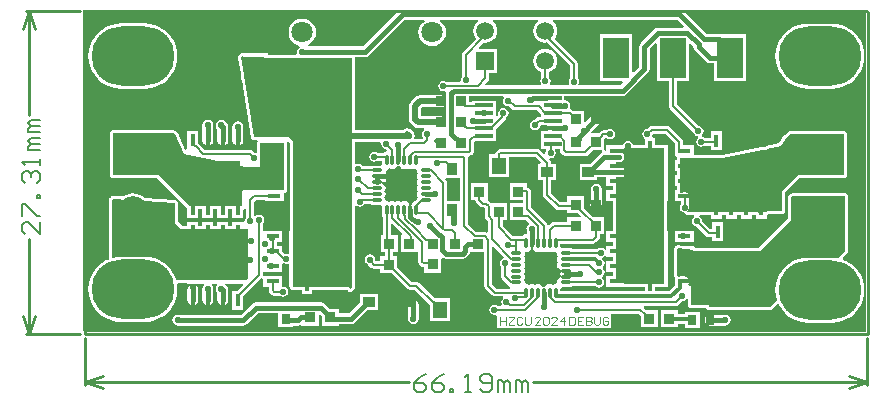
<source format=gtl>
G04*
G04 #@! TF.GenerationSoftware,Altium Limited,Altium Designer,20.2.6 (244)*
G04*
G04 Layer_Physical_Order=1*
G04 Layer_Color=255*
%FSLAX24Y24*%
%MOIN*%
G70*
G04*
G04 #@! TF.SameCoordinates,48E18934-7B2A-4FE3-B34A-5092B9B0F61A*
G04*
G04*
G04 #@! TF.FilePolarity,Positive*
G04*
G01*
G75*
%ADD12C,0.0100*%
%ADD23C,0.0060*%
%ADD24R,0.0433X0.0177*%
%ADD25R,0.0118X0.2165*%
%ADD26R,0.0630X0.0177*%
%ADD27R,0.1378X0.1673*%
%ADD28O,0.0394X0.0118*%
%ADD29O,0.0118X0.0394*%
G04:AMPARAMS|DCode=30|XSize=100.4mil|YSize=100.4mil|CornerRadius=5mil|HoleSize=0mil|Usage=FLASHONLY|Rotation=180.000|XOffset=0mil|YOffset=0mil|HoleType=Round|Shape=RoundedRectangle|*
%AMROUNDEDRECTD30*
21,1,0.1004,0.0904,0,0,180.0*
21,1,0.0904,0.1004,0,0,180.0*
1,1,0.0100,-0.0452,0.0452*
1,1,0.0100,0.0452,0.0452*
1,1,0.0100,0.0452,-0.0452*
1,1,0.0100,-0.0452,-0.0452*
%
%ADD30ROUNDEDRECTD30*%
%ADD31R,0.0374X0.0354*%
%ADD32R,0.0591X0.0118*%
%ADD33R,0.0177X0.0433*%
%ADD34R,0.2165X0.0118*%
%ADD35R,0.0177X0.0630*%
%ADD36R,0.1673X0.1378*%
%ADD37R,0.0335X0.0394*%
%ADD38R,0.0394X0.0335*%
%ADD39R,0.0472X0.0551*%
%ADD40R,0.0354X0.0374*%
%ADD41R,0.0315X0.0335*%
%ADD68C,0.0197*%
%ADD69C,0.0150*%
%ADD70C,0.0126*%
%ADD71C,0.0049*%
%ADD72C,0.0709*%
%ADD73C,0.0984*%
%ADD74C,0.0591*%
%ADD75R,0.0591X0.0591*%
%ADD76O,0.2756X0.1969*%
%ADD77R,0.0866X0.1378*%
%ADD78C,0.0709*%
%ADD79R,0.0709X0.0709*%
%ADD80C,0.0220*%
G36*
X15120Y10422D02*
X15068Y10382D01*
X15005Y10299D01*
X14965Y10203D01*
X14951Y10100D01*
X14965Y9997D01*
X15005Y9901D01*
X15068Y9818D01*
X15151Y9755D01*
X15247Y9715D01*
X15350Y9701D01*
X15404Y9708D01*
X16167Y8945D01*
Y8508D01*
X16140Y8466D01*
X16127Y8400D01*
X16140Y8334D01*
X16147Y8323D01*
X16124Y8278D01*
X15527D01*
X15500Y8328D01*
X15513Y8348D01*
X15526Y8415D01*
X15513Y8481D01*
X15484Y8525D01*
Y8728D01*
X15549Y8755D01*
X15632Y8818D01*
X15695Y8901D01*
X15735Y8997D01*
X15749Y9100D01*
X15735Y9203D01*
X15695Y9299D01*
X15632Y9382D01*
X15549Y9445D01*
X15453Y9485D01*
X15350Y9499D01*
X15247Y9485D01*
X15151Y9445D01*
X15068Y9382D01*
X15005Y9299D01*
X14965Y9203D01*
X14951Y9100D01*
X14965Y8997D01*
X15005Y8901D01*
X15068Y8818D01*
X15151Y8755D01*
X15219Y8726D01*
Y8520D01*
X15193Y8481D01*
X15180Y8415D01*
X15193Y8348D01*
X15206Y8328D01*
X15180Y8278D01*
X13366D01*
X13347Y8325D01*
X13444Y8421D01*
X13472Y8464D01*
X13483Y8515D01*
Y8705D01*
X13745D01*
Y9495D01*
X13148D01*
X13129Y9541D01*
X13296Y9708D01*
X13350Y9701D01*
X13453Y9715D01*
X13549Y9755D01*
X13632Y9818D01*
X13695Y9901D01*
X13735Y9997D01*
X13749Y10100D01*
X13735Y10203D01*
X13695Y10299D01*
X13632Y10382D01*
X13580Y10422D01*
X13597Y10472D01*
X15103D01*
X15120Y10422D01*
D02*
G37*
G36*
X13120D02*
X13068Y10382D01*
X13005Y10299D01*
X12965Y10203D01*
X12951Y10100D01*
X12965Y9997D01*
X13005Y9901D01*
X13052Y9839D01*
X12606Y9394D01*
X12578Y9351D01*
X12567Y9300D01*
Y8573D01*
X12540Y8531D01*
X12527Y8465D01*
X12530Y8448D01*
X12489Y8398D01*
X12035D01*
X12016Y8410D01*
X11950Y8423D01*
X11884Y8410D01*
X11827Y8373D01*
X11790Y8316D01*
X11777Y8250D01*
X11790Y8184D01*
X11827Y8127D01*
X11884Y8090D01*
X11950Y8077D01*
X12008Y8088D01*
X12036Y8071D01*
X12052Y8054D01*
X12044Y8012D01*
Y7923D01*
X11994Y7903D01*
X11943Y7937D01*
X11865Y7952D01*
X11165D01*
X11088Y7937D01*
X11022Y7893D01*
X10857Y7728D01*
X10813Y7662D01*
X10798Y7585D01*
Y7150D01*
X10813Y7073D01*
X10857Y7007D01*
X10876Y6994D01*
X10963Y6907D01*
X11029Y6863D01*
X11106Y6848D01*
X11300D01*
X11315Y6798D01*
X11277Y6773D01*
X11240Y6716D01*
X11227Y6650D01*
X11240Y6584D01*
X11267Y6542D01*
Y6505D01*
X11245Y6483D01*
X11016D01*
X10989Y6533D01*
X11002Y6600D01*
X10987Y6677D01*
X10943Y6743D01*
X10893Y6793D01*
X10827Y6837D01*
X10750Y6852D01*
X10673Y6837D01*
X10621Y6802D01*
X9002D01*
Y9200D01*
X9020Y9222D01*
X9350D01*
X9418Y9235D01*
X9476Y9274D01*
X10674Y10472D01*
X11307D01*
X11324Y10422D01*
X11257Y10370D01*
X11184Y10275D01*
X11138Y10165D01*
X11122Y10046D01*
X11138Y9927D01*
X11184Y9817D01*
X11257Y9722D01*
X11351Y9649D01*
X11462Y9603D01*
X11581Y9588D01*
X11699Y9603D01*
X11810Y9649D01*
X11905Y9722D01*
X11977Y9817D01*
X12023Y9927D01*
X12039Y10046D01*
X12023Y10165D01*
X11977Y10275D01*
X11905Y10370D01*
X11838Y10422D01*
X11855Y10472D01*
X13103D01*
X13120Y10422D01*
D02*
G37*
G36*
X26050Y50D02*
X0D01*
X-50Y100D01*
Y10800D01*
X10427D01*
X10448Y10750D01*
X9276Y9578D01*
X7439D01*
X7429Y9628D01*
X7479Y9649D01*
X7574Y9722D01*
X7647Y9817D01*
X7693Y9927D01*
X7708Y10046D01*
X7693Y10165D01*
X7647Y10275D01*
X7574Y10370D01*
X7479Y10443D01*
X7369Y10489D01*
X7250Y10504D01*
X7131Y10489D01*
X7021Y10443D01*
X6926Y10370D01*
X6853Y10275D01*
X6807Y10165D01*
X6792Y10046D01*
X6807Y9927D01*
X6853Y9817D01*
X6926Y9722D01*
X7021Y9649D01*
X7131Y9603D01*
X7146Y9601D01*
X7159Y9549D01*
X7124Y9526D01*
X7085Y9468D01*
X7072Y9400D01*
X7081Y9352D01*
X7049Y9302D01*
X6104D01*
Y9354D01*
X5196D01*
Y9325D01*
X5167Y9310D01*
X5163Y9308D01*
X5159Y9306D01*
X5148Y9295D01*
X5135Y9286D01*
X5133Y9282D01*
X5130Y9279D01*
X5124Y9265D01*
X5116Y9251D01*
X5116Y9247D01*
X5114Y9243D01*
X5113Y9227D01*
X5112Y9211D01*
X5113Y9207D01*
X5113Y9203D01*
X5196Y8695D01*
Y8446D01*
X5236D01*
X5549Y6534D01*
X5554Y6523D01*
X5556Y6511D01*
X5560Y6504D01*
X5563Y6496D01*
X5571Y6488D01*
X5578Y6478D01*
X5585Y6473D01*
X5590Y6467D01*
X5601Y6462D01*
X5611Y6456D01*
X5619Y6454D01*
X5627Y6451D01*
X5638Y6450D01*
X5650Y6448D01*
X5735D01*
X5762Y6398D01*
X5756Y6389D01*
X5748Y6350D01*
Y6045D01*
X5698Y6014D01*
X5668Y6020D01*
X5594Y6094D01*
X5551Y6122D01*
X5500Y6133D01*
X4005D01*
X3789Y6349D01*
Y6758D01*
X3411D01*
Y6178D01*
X3362Y6131D01*
X3352Y6132D01*
X3093Y6693D01*
X3082Y6707D01*
X3072Y6722D01*
X3022Y6772D01*
X2989Y6794D01*
X2950Y6802D01*
X950D01*
X911Y6794D01*
X878Y6772D01*
X856Y6739D01*
X848Y6700D01*
Y5300D01*
X856Y5261D01*
X878Y5228D01*
X911Y5206D01*
X950Y5198D01*
X2408D01*
X3411Y4194D01*
Y3842D01*
X3789D01*
Y4148D01*
X3911D01*
Y3842D01*
X4289D01*
Y4148D01*
X4411D01*
Y3842D01*
X4789D01*
Y4148D01*
X4911D01*
Y3842D01*
X5289D01*
Y4139D01*
X5320Y4162D01*
X5367Y4140D01*
Y3858D01*
X5340Y3816D01*
X5327Y3751D01*
X5323Y3748D01*
X5281Y3722D01*
X4911D01*
Y3602D01*
X4789D01*
Y3722D01*
X4411D01*
Y3602D01*
X4289D01*
Y3722D01*
X3911D01*
Y3602D01*
X3789D01*
Y3722D01*
X3411D01*
Y3602D01*
X3242D01*
X3102Y3742D01*
Y4350D01*
X3099Y4366D01*
X3097Y4382D01*
X3095Y4385D01*
X3094Y4389D01*
X3085Y4403D01*
X3077Y4417D01*
X3074Y4419D01*
X3072Y4422D01*
X3059Y4431D01*
X3046Y4441D01*
X3042Y4442D01*
X3039Y4444D01*
X3023Y4447D01*
X3007Y4452D01*
X1992Y4524D01*
X1930Y4575D01*
X1828Y4630D01*
X1716Y4664D01*
X1600Y4675D01*
X1484Y4664D01*
X1372Y4630D01*
X1271Y4576D01*
X944Y4599D01*
X942Y4599D01*
X940Y4599D01*
X922Y4596D01*
X904Y4594D01*
X903Y4593D01*
X901Y4593D01*
X886Y4583D01*
X870Y4574D01*
X869Y4573D01*
X867Y4572D01*
X831Y4538D01*
X829Y4536D01*
X828Y4535D01*
X818Y4520D01*
X807Y4506D01*
X807Y4504D01*
X806Y4502D01*
X802Y4485D01*
X798Y4467D01*
X798Y4465D01*
X798Y4463D01*
X798Y2558D01*
X799Y2552D01*
X799Y2546D01*
X803Y2533D01*
X806Y2519D01*
X790Y2486D01*
X776Y2472D01*
X713Y2445D01*
X567Y2356D01*
X437Y2245D01*
X326Y2116D01*
X237Y1970D01*
X172Y1812D01*
X132Y1647D01*
X119Y1476D01*
X132Y1306D01*
X172Y1140D01*
X237Y983D01*
X326Y837D01*
X437Y707D01*
X567Y596D01*
X713Y507D01*
X870Y442D01*
X1036Y402D01*
X1206Y389D01*
X1994D01*
X2164Y402D01*
X2330Y442D01*
X2487Y507D01*
X2633Y596D01*
X2763Y707D01*
X2874Y837D01*
X2963Y983D01*
X3028Y1140D01*
X3068Y1306D01*
X3081Y1476D01*
X3069Y1633D01*
X3097Y1674D01*
X3103Y1680D01*
X3165Y1698D01*
X3413D01*
Y1672D01*
X3561D01*
X3566Y1622D01*
X3532Y1615D01*
X3474Y1576D01*
X3435Y1518D01*
X3422Y1450D01*
Y1122D01*
X3435Y1054D01*
X3474Y996D01*
X3532Y957D01*
X3600Y944D01*
X3668Y957D01*
X3726Y996D01*
X3765Y1054D01*
X3778Y1122D01*
X3778Y1122D01*
Y1450D01*
X3765Y1518D01*
X3726Y1576D01*
X3668Y1615D01*
X3634Y1622D01*
X3639Y1672D01*
X3952D01*
X3966Y1643D01*
X3971Y1622D01*
X3935Y1568D01*
X3922Y1500D01*
Y1122D01*
X3935Y1054D01*
X3974Y996D01*
X4032Y957D01*
X4100Y944D01*
X4168Y957D01*
X4226Y996D01*
X4265Y1054D01*
X4278Y1122D01*
X4278Y1122D01*
Y1500D01*
X4265Y1568D01*
X4229Y1622D01*
X4234Y1643D01*
X4248Y1672D01*
X4402D01*
X4416Y1643D01*
X4421Y1622D01*
X4385Y1568D01*
X4372Y1500D01*
X4385Y1432D01*
X4422Y1377D01*
Y1122D01*
X4435Y1054D01*
X4474Y996D01*
X4532Y957D01*
X4600Y944D01*
X4668Y957D01*
X4726Y996D01*
X4765Y1054D01*
X4778Y1122D01*
Y1450D01*
X4765Y1518D01*
X4726Y1576D01*
X4681Y1622D01*
X4683Y1641D01*
X4698Y1672D01*
X5264D01*
X5284Y1622D01*
X5101Y1439D01*
X4911D01*
Y806D01*
X5289D01*
Y1251D01*
X5892Y1854D01*
X5900Y1854D01*
X5942Y1838D01*
Y1561D01*
X6126D01*
Y1442D01*
X6136Y1391D01*
X6165Y1348D01*
X6206Y1306D01*
X6249Y1278D01*
X6300Y1267D01*
X6503D01*
X6544Y1240D01*
X6610Y1227D01*
X6677Y1240D01*
X6733Y1277D01*
X6771Y1334D01*
X6784Y1400D01*
X6771Y1466D01*
X6733Y1523D01*
X6677Y1560D01*
X6610Y1573D01*
X6575Y1603D01*
Y1939D01*
X5981D01*
X5940Y1948D01*
X5933Y1985D01*
Y2015D01*
X5942Y2061D01*
X6575D01*
Y2319D01*
X6625Y2346D01*
X6634Y2340D01*
X6700Y2327D01*
X6758Y2338D01*
X6808Y2312D01*
Y1563D01*
X6848D01*
Y1550D01*
X6856Y1511D01*
X6878Y1478D01*
X6911Y1456D01*
X6950Y1448D01*
X7241D01*
Y1317D01*
X7559D01*
Y1448D01*
X8758D01*
X8778Y1428D01*
X8811Y1406D01*
X8850Y1398D01*
X8889Y1406D01*
X8922Y1428D01*
X8972Y1478D01*
X8994Y1511D01*
X9002Y1550D01*
Y4244D01*
X9052Y4266D01*
X9092Y4240D01*
X9158Y4227D01*
X9224Y4240D01*
X9280Y4277D01*
X9312Y4325D01*
X9498D01*
X9523Y4308D01*
X9585Y4296D01*
X9852D01*
X9876Y4276D01*
X9896Y4252D01*
Y3985D01*
X9908Y3923D01*
X9925Y3898D01*
Y3287D01*
X9873D01*
Y2713D01*
X10017D01*
Y2587D01*
X9854D01*
Y2433D01*
X9709D01*
X9673Y2468D01*
X9660Y2535D01*
X9623Y2591D01*
X9566Y2629D01*
X9500Y2642D01*
X9434Y2629D01*
X9377Y2591D01*
X9340Y2535D01*
X9327Y2468D01*
X9340Y2402D01*
X9377Y2346D01*
X9434Y2308D01*
X9451Y2305D01*
X9550Y2206D01*
X9593Y2178D01*
X9643Y2167D01*
X9854D01*
Y2013D01*
X10230D01*
X10737Y1506D01*
X10780Y1478D01*
X10831Y1467D01*
X10995D01*
X11511Y952D01*
X11514Y950D01*
Y424D01*
X12186D01*
Y1176D01*
X11662D01*
X11144Y1694D01*
X11101Y1722D01*
X11050Y1733D01*
X10886D01*
X10408Y2210D01*
Y2587D01*
X10283D01*
Y2713D01*
X10427D01*
Y3287D01*
X10190D01*
Y3657D01*
X10237Y3676D01*
X10579Y3333D01*
X10560Y3287D01*
X10542D01*
Y2713D01*
X11096D01*
X11117Y2672D01*
Y2400D01*
X11128Y2349D01*
X11156Y2306D01*
X11206Y2256D01*
X11249Y2228D01*
X11300Y2217D01*
X11313D01*
Y2038D01*
X11887D01*
Y2496D01*
X11937Y2522D01*
X11959Y2508D01*
X12028Y2494D01*
X12028Y2494D01*
X12593D01*
X12661Y2508D01*
X12719Y2546D01*
X12798Y2625D01*
X12837Y2683D01*
X12842Y2707D01*
X13317D01*
Y1600D01*
X13328Y1549D01*
X13356Y1506D01*
X13583Y1279D01*
X13626Y1251D01*
X13677Y1241D01*
X13939D01*
X13955Y1191D01*
X13927Y1173D01*
X13890Y1116D01*
X13877Y1050D01*
X13890Y984D01*
X13895Y977D01*
X13871Y933D01*
X13758D01*
X13716Y960D01*
X13650Y973D01*
X13584Y960D01*
X13527Y923D01*
X13490Y866D01*
X13477Y800D01*
X13490Y734D01*
X13527Y677D01*
X13584Y640D01*
X13650Y627D01*
X13690Y635D01*
X13740Y600D01*
Y185D01*
X17551D01*
Y667D01*
X18458D01*
X18538Y588D01*
Y211D01*
X19093D01*
Y785D01*
X18716D01*
X18633Y867D01*
X18654Y917D01*
X19700D01*
X19751Y928D01*
X19794Y956D01*
X19918Y1080D01*
X19966Y1090D01*
X20023Y1127D01*
X20048Y1166D01*
X20098Y1150D01*
Y950D01*
X20106Y911D01*
X20128Y878D01*
X20161Y856D01*
X20200Y848D01*
X20714D01*
X20728Y828D01*
X20761Y806D01*
X20800Y798D01*
X22850D01*
X22889Y806D01*
X22922Y828D01*
X23080Y986D01*
X23129Y976D01*
X23137Y956D01*
X23226Y811D01*
X23337Y681D01*
X23467Y570D01*
X23613Y481D01*
X23770Y416D01*
X23936Y376D01*
X24106Y362D01*
X24894D01*
X25064Y376D01*
X25230Y416D01*
X25387Y481D01*
X25533Y570D01*
X25663Y681D01*
X25774Y811D01*
X25863Y956D01*
X25928Y1114D01*
X25968Y1280D01*
X25981Y1450D01*
X25968Y1620D01*
X25928Y1786D01*
X25863Y1944D01*
X25774Y2089D01*
X25663Y2219D01*
X25533Y2330D01*
X25387Y2419D01*
X25279Y2464D01*
X25267Y2523D01*
X25422Y2678D01*
X25444Y2711D01*
X25452Y2750D01*
Y4600D01*
X25444Y4639D01*
X25422Y4672D01*
X25389Y4694D01*
X25350Y4702D01*
X23600D01*
X23561Y4694D01*
X23528Y4672D01*
X23478Y4622D01*
X23456Y4589D01*
X23448Y4550D01*
X23448Y3842D01*
X22462Y2856D01*
X20913D01*
Y2852D01*
X20361D01*
X20354Y2865D01*
X20352Y2866D01*
X20351Y2869D01*
X20337Y2879D01*
X20323Y2890D01*
X20321Y2891D01*
X20319Y2892D01*
X20305Y2896D01*
Y2939D01*
X19895D01*
X19797Y2948D01*
X19794Y2948D01*
X19792Y2948D01*
X19775Y2946D01*
X19757Y2944D01*
X19755Y2943D01*
X19752Y2942D01*
X19746Y2939D01*
X19672D01*
Y2876D01*
X19668Y2870D01*
X19658Y2856D01*
X19657Y2854D01*
X19656Y2852D01*
X19652Y2835D01*
X19648Y2818D01*
X19649Y2815D01*
X19648Y2813D01*
Y1932D01*
X19650Y1920D01*
X19651Y1908D01*
X19654Y1901D01*
X19656Y1893D01*
X19663Y1883D01*
X19668Y1872D01*
X19672Y1868D01*
Y1740D01*
X19669Y1724D01*
X19669Y1724D01*
Y1604D01*
X19481Y1416D01*
X19006D01*
Y1563D01*
X19439D01*
Y3437D01*
X19402D01*
Y4413D01*
X19439D01*
Y6287D01*
X19006D01*
Y6533D01*
X18929D01*
X18906Y6577D01*
X18910Y6584D01*
X18920Y6632D01*
X18955Y6667D01*
X19345D01*
X19670Y6343D01*
Y6159D01*
X19672Y6146D01*
Y5911D01*
X19715D01*
X19750Y5861D01*
X19748Y5850D01*
Y5789D01*
X19672D01*
Y5411D01*
X19748D01*
Y5289D01*
X19672D01*
Y4911D01*
X19748D01*
Y4789D01*
X19672D01*
Y4411D01*
X19867D01*
Y4308D01*
X19840Y4266D01*
X19827Y4200D01*
X19840Y4134D01*
X19877Y4077D01*
X19934Y4040D01*
X20000Y4027D01*
X20000Y4026D01*
X20002Y4020D01*
X20002Y4019D01*
X20005Y4011D01*
X20014Y3999D01*
X20021Y3985D01*
X20025Y3982D01*
X20027Y3978D01*
X20040Y3970D01*
X20051Y3960D01*
X20056Y3959D01*
X20060Y3956D01*
X20075Y3953D01*
X20090Y3949D01*
X20095Y3949D01*
X20099Y3948D01*
X20300D01*
X20316Y3898D01*
X20277Y3873D01*
X20240Y3816D01*
X20227Y3750D01*
X20240Y3684D01*
X20277Y3627D01*
X20334Y3590D01*
X20382Y3580D01*
X20706Y3256D01*
X20749Y3228D01*
X20800Y3217D01*
X20911D01*
Y3089D01*
X21289D01*
Y3722D01*
X20911D01*
Y3483D01*
X20855D01*
X20570Y3768D01*
X20560Y3816D01*
X20523Y3873D01*
X20484Y3898D01*
X20500Y3948D01*
X20861D01*
Y3835D01*
X21239D01*
Y3948D01*
X21361D01*
Y3835D01*
X21739D01*
Y3948D01*
X21861D01*
Y3835D01*
X22239D01*
Y3948D01*
X22361D01*
Y3835D01*
X22739D01*
Y3956D01*
X22739Y3956D01*
X22772Y3978D01*
X22792Y3998D01*
X23250D01*
X23289Y4006D01*
X23322Y4028D01*
X23344Y4061D01*
X23352Y4100D01*
X23352Y4708D01*
X23842Y5198D01*
X25300D01*
X25339Y5206D01*
X25372Y5228D01*
X25394Y5261D01*
X25402Y5300D01*
Y6650D01*
X25394Y6689D01*
X25372Y6722D01*
X25339Y6744D01*
X25300Y6752D01*
X23500D01*
X23461Y6744D01*
X23428Y6722D01*
X23328Y6622D01*
X23322Y6614D01*
X23315Y6607D01*
X23138Y6341D01*
X22718Y6253D01*
X22709Y6249D01*
X22700Y6248D01*
X22691Y6242D01*
X22681Y6238D01*
X22674Y6231D01*
X22666Y6226D01*
X22663Y6220D01*
X22572D01*
X22561Y6218D01*
X22551Y6218D01*
X21278Y5952D01*
X20305D01*
Y6289D01*
X19935D01*
Y6398D01*
X19925Y6449D01*
X19896Y6492D01*
X19494Y6894D01*
X19451Y6922D01*
X19400Y6933D01*
X18900D01*
X18849Y6922D01*
X18806Y6894D01*
X18732Y6820D01*
X18684Y6810D01*
X18627Y6773D01*
X18590Y6716D01*
X18577Y6650D01*
X18590Y6584D01*
X18627Y6527D01*
X18684Y6490D01*
X18688Y6489D01*
Y6287D01*
X18266D01*
X18260Y6316D01*
X18223Y6373D01*
X18166Y6410D01*
X18100Y6423D01*
X18034Y6410D01*
X17977Y6373D01*
X17940Y6316D01*
X17934Y6289D01*
X17389D01*
Y6100D01*
X17357Y6092D01*
X17312Y6125D01*
X17312Y6127D01*
Y6490D01*
X17340Y6517D01*
X17392D01*
X17434Y6490D01*
X17500Y6477D01*
X17566Y6490D01*
X17623Y6527D01*
X17660Y6584D01*
X17673Y6650D01*
X17660Y6716D01*
X17623Y6773D01*
X17566Y6810D01*
X17500Y6823D01*
X17434Y6810D01*
X17392Y6783D01*
X17285D01*
X17234Y6772D01*
X17191Y6744D01*
X17134Y6687D01*
X16899D01*
X16880Y6733D01*
X17161Y7014D01*
X17161Y7014D01*
X17199Y7072D01*
X17213Y7140D01*
Y7150D01*
X17199Y7218D01*
X17161Y7276D01*
X17103Y7315D01*
X17035Y7328D01*
X16966Y7315D01*
X16908Y7276D01*
X16889Y7247D01*
X16689Y7047D01*
X16643Y7066D01*
Y7437D01*
X16266D01*
X16253Y7450D01*
X16210Y7478D01*
X16192Y7482D01*
X16165Y7531D01*
X16166Y7536D01*
X16178Y7600D01*
X16165Y7668D01*
X16126Y7726D01*
X16068Y7765D01*
X16000Y7778D01*
X15987D01*
Y7922D01*
X17923D01*
X17991Y7935D01*
X18049Y7974D01*
X18781Y8706D01*
X18820Y8764D01*
X18834Y8832D01*
Y9494D01*
X19021Y9681D01*
X19067Y9662D01*
Y8411D01*
X19467D01*
Y7600D01*
X19478Y7549D01*
X19506Y7506D01*
X20280Y6732D01*
X20290Y6684D01*
X20327Y6627D01*
X20384Y6590D01*
X20426Y6582D01*
X20436Y6528D01*
X20427Y6523D01*
X20390Y6466D01*
X20377Y6400D01*
X20390Y6334D01*
X20427Y6277D01*
X20484Y6240D01*
X20550Y6227D01*
X20616Y6240D01*
X20658Y6267D01*
X20861D01*
Y6119D01*
X21239D01*
Y6752D01*
X20861D01*
Y6533D01*
X20658D01*
X20616Y6560D01*
X20574Y6568D01*
X20564Y6622D01*
X20573Y6627D01*
X20610Y6684D01*
X20623Y6750D01*
X20610Y6816D01*
X20573Y6873D01*
X20516Y6910D01*
X20468Y6920D01*
X19733Y7655D01*
Y8411D01*
X20133D01*
Y9662D01*
X20179Y9681D01*
X20282Y9579D01*
Y9571D01*
X20295Y9503D01*
X20334Y9445D01*
X20706Y9074D01*
X20706Y9074D01*
X20763Y9035D01*
X20832Y9022D01*
X20957D01*
Y8411D01*
X22023D01*
Y9989D01*
X21149D01*
X21132Y9992D01*
X20726D01*
X19969Y10750D01*
X19990Y10800D01*
X26050D01*
Y50D01*
D02*
G37*
G36*
X19966Y10249D02*
X19946Y10202D01*
X19111D01*
X19043Y10189D01*
X18985Y10150D01*
X18985Y10150D01*
X18529Y9694D01*
X18490Y9636D01*
X18477Y9568D01*
Y8906D01*
X18290Y8719D01*
X18243Y8738D01*
Y9989D01*
X17177D01*
Y8411D01*
X17917D01*
X17936Y8365D01*
X17849Y8278D01*
X16476D01*
X16453Y8323D01*
X16460Y8334D01*
X16473Y8400D01*
X16460Y8466D01*
X16433Y8508D01*
Y9000D01*
X16422Y9051D01*
X16394Y9094D01*
X15648Y9839D01*
X15695Y9901D01*
X15735Y9997D01*
X15749Y10100D01*
X15735Y10203D01*
X15695Y10299D01*
X15632Y10382D01*
X15580Y10422D01*
X15597Y10472D01*
X19743D01*
X19966Y10249D01*
D02*
G37*
G36*
X12044Y7577D02*
Y7223D01*
X11994Y7203D01*
X11943Y7237D01*
X11865Y7252D01*
X11202D01*
Y7501D01*
X11249Y7548D01*
X11865D01*
X11943Y7563D01*
X11994Y7597D01*
X12044Y7577D01*
D02*
G37*
G36*
X9882Y6359D02*
X9877Y6332D01*
X9890Y6265D01*
X9927Y6209D01*
X9984Y6171D01*
X10032Y6162D01*
X10069Y6126D01*
X10063Y6103D01*
X10049Y6075D01*
X9996Y6064D01*
X9948Y6033D01*
X9758D01*
X9716Y6060D01*
X9650Y6073D01*
X9584Y6060D01*
X9527Y6023D01*
X9490Y5966D01*
X9477Y5900D01*
X9490Y5834D01*
X9527Y5777D01*
X9584Y5740D01*
X9650Y5727D01*
X9716Y5740D01*
X9758Y5767D01*
X9896D01*
Y5648D01*
X9876Y5624D01*
X9852Y5604D01*
X9585D01*
X9523Y5592D01*
X9498Y5575D01*
X9255D01*
X9223Y5623D01*
X9166Y5660D01*
X9100Y5673D01*
X9052Y5664D01*
X9002Y5695D01*
Y6398D01*
X9850D01*
X9882Y6359D01*
D02*
G37*
G36*
X13974Y7872D02*
X13948Y7833D01*
X13935Y7767D01*
X13948Y7700D01*
X13985Y7644D01*
X14042Y7606D01*
X14108Y7593D01*
X14117Y7595D01*
X14229Y7483D01*
X14272Y7455D01*
X14323Y7445D01*
X15079D01*
X15196Y7328D01*
Y7233D01*
X15150D01*
X15099Y7222D01*
X15056Y7194D01*
X14982Y7120D01*
X14934Y7110D01*
X14877Y7073D01*
X14840Y7016D01*
X14827Y6950D01*
X14840Y6884D01*
X14877Y6827D01*
X14934Y6790D01*
X15000Y6777D01*
X15066Y6790D01*
X15123Y6827D01*
X15160Y6884D01*
X15164Y6904D01*
X15196Y6941D01*
X15390D01*
X15423Y6891D01*
X15413Y6844D01*
X15423Y6797D01*
X15390Y6747D01*
X15196D01*
Y6429D01*
Y6173D01*
X15370D01*
X15386Y6123D01*
X15365Y6091D01*
X15352Y6025D01*
X15356Y6002D01*
X15310Y5977D01*
X15159Y6129D01*
X15116Y6158D01*
X15065Y6168D01*
X13856D01*
X13805Y6158D01*
X13762Y6129D01*
X13727Y6094D01*
X13698Y6051D01*
X13688Y6000D01*
Y5976D01*
X13479D01*
Y5224D01*
X14152D01*
Y5903D01*
X15010D01*
X15199Y5714D01*
X15180Y5667D01*
X15114D01*
Y5133D01*
X15278D01*
Y4639D01*
X15289Y4588D01*
X15317Y4545D01*
X15706Y4156D01*
X15749Y4128D01*
X15800Y4117D01*
X16088D01*
Y4013D01*
X16444D01*
X16524Y3933D01*
X16505Y3887D01*
X16088D01*
Y3733D01*
X15650D01*
X15599Y3722D01*
X15556Y3694D01*
X15479Y3616D01*
X15425Y3633D01*
X15421Y3652D01*
X15392Y3695D01*
X14883Y4205D01*
Y4715D01*
X14872Y4766D01*
X14844Y4809D01*
X14809Y4844D01*
X14766Y4872D01*
X14737Y4878D01*
Y5012D01*
X14163D01*
Y4457D01*
X14617D01*
Y4343D01*
X14163D01*
Y3788D01*
X14584D01*
X14597Y3786D01*
X14710D01*
X14803Y3692D01*
X14798Y3642D01*
X14774Y3626D01*
X14735Y3568D01*
X14722Y3500D01*
X14726Y3476D01*
Y3342D01*
X14708Y3327D01*
X14646Y3314D01*
X14593Y3279D01*
X14585Y3267D01*
X14270D01*
X13933Y3605D01*
Y3788D01*
X14087D01*
Y4343D01*
X13552D01*
X13472Y4422D01*
X13437Y4457D01*
Y5012D01*
X12863D01*
Y4457D01*
X13019D01*
X13028Y4417D01*
X13056Y4374D01*
X13191Y4239D01*
X13234Y4210D01*
X13285Y4200D01*
X13319D01*
X13328Y4191D01*
Y3913D01*
X13339Y3862D01*
X13367Y3819D01*
X13437Y3749D01*
Y3393D01*
X13387Y3366D01*
X13375Y3374D01*
X13324Y3384D01*
X13053D01*
X12783Y3655D01*
Y5850D01*
X12776Y5881D01*
X12808Y5931D01*
X12814D01*
X12864Y5941D01*
X12907Y5970D01*
X12944Y6006D01*
X12972Y6049D01*
X12983Y6100D01*
Y6395D01*
X13017Y6429D01*
X13704D01*
Y6816D01*
X14013Y7125D01*
X14042Y7168D01*
X14051Y7213D01*
X14073Y7227D01*
X14110Y7284D01*
X14123Y7350D01*
X14110Y7416D01*
X14073Y7473D01*
X14016Y7510D01*
X13950Y7523D01*
X13884Y7510D01*
X13827Y7473D01*
X13790Y7416D01*
X13777Y7350D01*
X13787Y7299D01*
Y7274D01*
X13754Y7241D01*
X13704Y7261D01*
Y7771D01*
X12913D01*
Y7733D01*
X12812D01*
Y7922D01*
X13951D01*
X13974Y7872D01*
D02*
G37*
G36*
X15844Y6123D02*
X15855Y6072D01*
X15883Y6029D01*
X15956Y5956D01*
X15999Y5928D01*
X16050Y5917D01*
X16685D01*
X16735Y5928D01*
X16778Y5956D01*
X16935Y6113D01*
X17225D01*
X17248Y6067D01*
X17247Y6063D01*
X17192Y6026D01*
X17192Y6026D01*
X16833Y5667D01*
X16492D01*
Y5133D01*
X17086D01*
Y5222D01*
X17389D01*
Y4911D01*
X17598D01*
Y4789D01*
X17389D01*
Y4411D01*
X17598D01*
Y3439D01*
X17389D01*
Y3061D01*
X17598D01*
Y2939D01*
X17389D01*
Y2814D01*
X17339Y2799D01*
X17323Y2823D01*
X17266Y2860D01*
X17200Y2873D01*
X17134Y2860D01*
X17081Y2825D01*
X16252D01*
X16227Y2842D01*
X16165Y2854D01*
X15898D01*
X15874Y2874D01*
X15854Y2898D01*
Y3002D01*
X16935D01*
X16985Y3012D01*
X17028Y3041D01*
X17128Y3141D01*
X17157Y3184D01*
X17167Y3235D01*
Y3313D01*
X17312D01*
Y3887D01*
X16945D01*
X16643Y4189D01*
Y4587D01*
X16088D01*
Y4383D01*
X15855D01*
X15544Y4694D01*
Y5133D01*
X15708D01*
Y5667D01*
X15544D01*
Y5689D01*
X15533Y5740D01*
X15505Y5783D01*
X15477Y5810D01*
X15502Y5856D01*
X15525Y5852D01*
X15591Y5865D01*
X15648Y5902D01*
X15685Y5959D01*
X15698Y6025D01*
X15685Y6091D01*
X15664Y6123D01*
X15680Y6173D01*
X15844D01*
Y6123D01*
D02*
G37*
G36*
X10452Y5598D02*
X10463Y5601D01*
X10499Y5577D01*
X10534Y5524D01*
X10586Y5489D01*
X10648Y5477D01*
X10710Y5489D01*
X10747Y5513D01*
X10783Y5489D01*
X10845Y5477D01*
X10907Y5489D01*
X10944Y5513D01*
X10980Y5489D01*
X11042Y5477D01*
X11061Y5458D01*
X11079Y5433D01*
X11089Y5380D01*
X11113Y5344D01*
X11089Y5307D01*
X11077Y5245D01*
X11089Y5183D01*
X11113Y5147D01*
X11089Y5110D01*
X11077Y5048D01*
X11089Y4986D01*
X11113Y4950D01*
X11089Y4914D01*
X11077Y4852D01*
X11089Y4790D01*
X11113Y4753D01*
X11089Y4717D01*
X11077Y4655D01*
X11089Y4593D01*
X11113Y4556D01*
X11089Y4520D01*
X11083Y4489D01*
X11011Y4417D01*
X10980Y4411D01*
X10927Y4376D01*
X10892Y4323D01*
X10886Y4293D01*
X10845Y4302D01*
X10804Y4293D01*
X10798Y4323D01*
X10763Y4376D01*
X10710Y4411D01*
X10648Y4423D01*
X10586Y4411D01*
X10550Y4387D01*
X10514Y4411D01*
X10452Y4423D01*
X10390Y4411D01*
X10353Y4387D01*
X10317Y4411D01*
X10255Y4423D01*
X10193Y4411D01*
X10156Y4387D01*
X10120Y4411D01*
X10067Y4421D01*
X10042Y4439D01*
X10039Y4442D01*
X10021Y4467D01*
X10011Y4520D01*
X9987Y4556D01*
X10011Y4593D01*
X10023Y4655D01*
X10011Y4717D01*
X9987Y4753D01*
X10011Y4790D01*
X10023Y4852D01*
X10011Y4914D01*
X9976Y4966D01*
X9923Y5001D01*
X9893Y5007D01*
X9902Y5048D01*
Y5067D01*
X10181D01*
X10424Y4824D01*
X10482Y4785D01*
X10550Y4772D01*
X10618Y4785D01*
X10676Y4824D01*
X10715Y4882D01*
X10728Y4950D01*
X10715Y5018D01*
X10676Y5076D01*
X10381Y5371D01*
X10323Y5410D01*
X10255Y5424D01*
X10076D01*
X10075Y5424D01*
X10073Y5429D01*
X10104Y5486D01*
X10120Y5489D01*
X10156Y5513D01*
X10193Y5489D01*
X10255Y5477D01*
X10317Y5489D01*
X10369Y5524D01*
X10405Y5577D01*
X10410Y5607D01*
X10452Y5598D01*
D02*
G37*
G36*
X19300Y6100D02*
Y1700D01*
X17715D01*
X17696Y1746D01*
X17700Y1750D01*
Y5222D01*
X18527D01*
X18582Y5185D01*
X18650Y5172D01*
X18718Y5185D01*
X18776Y5224D01*
X18815Y5282D01*
X18828Y5350D01*
X18815Y5418D01*
X18776Y5476D01*
X18726Y5526D01*
X18668Y5565D01*
X18600Y5578D01*
X17700D01*
Y5722D01*
X17800D01*
X17868Y5735D01*
X17926Y5774D01*
X17965Y5832D01*
X17978Y5900D01*
X17965Y5968D01*
X17926Y6026D01*
X17868Y6065D01*
X17800Y6078D01*
X17700D01*
Y6150D01*
X19250D01*
X19300Y6100D01*
D02*
G37*
G36*
X6848Y6358D02*
Y3437D01*
X6808D01*
Y2688D01*
X6758Y2662D01*
X6700Y2673D01*
X6659Y2665D01*
X6575Y2749D01*
Y2939D01*
X6391D01*
Y3061D01*
X6575D01*
Y3439D01*
X5942D01*
X5933Y3485D01*
Y3692D01*
X5960Y3734D01*
X5973Y3800D01*
X5960Y3866D01*
X5923Y3923D01*
X5866Y3960D01*
X5800Y3973D01*
X5734Y3960D01*
X5683Y3926D01*
X5659Y3932D01*
X5633Y3945D01*
Y4395D01*
X5705Y4467D01*
X5992D01*
Y4411D01*
X6625D01*
Y4698D01*
X6650D01*
X6689Y4706D01*
X6722Y4728D01*
X6744Y4761D01*
X6752Y4800D01*
Y6350D01*
X6744Y6389D01*
X6740Y6395D01*
X6779Y6427D01*
X6848Y6358D01*
D02*
G37*
G36*
X12517Y5192D02*
X12517Y5142D01*
Y4458D01*
X12517Y4408D01*
X12083D01*
Y5021D01*
X12072Y5071D01*
X12044Y5114D01*
X12016Y5142D01*
X12037Y5192D01*
X12517D01*
D02*
G37*
G36*
X3000Y6650D02*
X3300Y6000D01*
X5250Y5600D01*
X5273D01*
Y5550D01*
X5850D01*
Y6350D01*
X6650D01*
Y4800D01*
X5273D01*
Y4750D01*
X5250D01*
Y4250D01*
X3500D01*
X2450Y5300D01*
X950D01*
Y6700D01*
X2950D01*
X3000Y6650D01*
D02*
G37*
G36*
X25300Y5300D02*
X23800D01*
X23250Y4750D01*
X23250Y4100D01*
X22750D01*
X22700Y4050D01*
X22550D01*
X22500Y4000D01*
X22450Y4050D01*
X20099D01*
X20084Y4100D01*
X20094Y4106D01*
X20122Y4149D01*
X20133Y4200D01*
Y4589D01*
X20122Y4639D01*
X20094Y4682D01*
X20082Y4694D01*
X20039Y4722D01*
X19989Y4733D01*
X19938Y4722D01*
X19900Y4697D01*
X19877Y4703D01*
X19850Y4717D01*
Y5850D01*
X21289D01*
X22572Y6119D01*
X22739D01*
Y6153D01*
X23200Y6250D01*
X23400Y6550D01*
X23500Y6650D01*
X25300D01*
Y5300D01*
D02*
G37*
G36*
X14952Y2827D02*
X14987Y2774D01*
X15040Y2739D01*
X15102Y2727D01*
X15164Y2739D01*
X15200Y2763D01*
X15236Y2739D01*
X15298Y2727D01*
X15360Y2739D01*
X15397Y2763D01*
X15433Y2739D01*
X15495Y2727D01*
X15557Y2739D01*
X15594Y2763D01*
X15630Y2739D01*
X15683Y2729D01*
X15708Y2711D01*
X15711Y2708D01*
X15729Y2683D01*
X15739Y2630D01*
X15763Y2594D01*
X15739Y2557D01*
X15727Y2495D01*
X15739Y2433D01*
X15763Y2397D01*
X15739Y2360D01*
X15727Y2298D01*
X15739Y2236D01*
X15774Y2184D01*
X15827Y2149D01*
X15850Y2144D01*
X15873Y2088D01*
X15862Y2071D01*
X15848Y2003D01*
X15862Y1935D01*
X15873Y1918D01*
X15850Y1862D01*
X15827Y1858D01*
X15774Y1823D01*
X15739Y1770D01*
X15727Y1708D01*
X15692Y1673D01*
X15630Y1661D01*
X15594Y1637D01*
X15557Y1661D01*
X15495Y1673D01*
X15433Y1661D01*
X15381Y1626D01*
X15345Y1573D01*
X15340Y1543D01*
X15298Y1552D01*
X15257Y1543D01*
X15251Y1573D01*
X15216Y1626D01*
X15164Y1661D01*
X15102Y1673D01*
X15040Y1661D01*
X15003Y1637D01*
X14967Y1661D01*
X14905Y1673D01*
X14843Y1661D01*
X14806Y1637D01*
X14770Y1661D01*
X14717Y1671D01*
X14692Y1689D01*
X14673Y1708D01*
X14661Y1770D01*
X14637Y1806D01*
X14661Y1843D01*
X14673Y1905D01*
X14661Y1967D01*
X14637Y2003D01*
X14661Y2040D01*
X14673Y2102D01*
X14661Y2164D01*
X14637Y2200D01*
X14661Y2236D01*
X14673Y2298D01*
X14661Y2360D01*
X14637Y2397D01*
X14661Y2433D01*
X14673Y2495D01*
X14661Y2557D01*
X14637Y2594D01*
X14661Y2630D01*
X14671Y2683D01*
X14689Y2708D01*
X14708Y2727D01*
X14770Y2739D01*
X14823Y2774D01*
X14858Y2827D01*
X14864Y2857D01*
X14905Y2848D01*
X14946Y2857D01*
X14952Y2827D01*
D02*
G37*
G36*
X25350Y2750D02*
X25150Y2550D01*
X25151Y2547D01*
X25115Y2512D01*
X25064Y2524D01*
X24894Y2538D01*
X24106D01*
X23936Y2524D01*
X23770Y2484D01*
X23613Y2419D01*
X23467Y2330D01*
X23337Y2219D01*
X23226Y2089D01*
X23137Y1944D01*
X23072Y1786D01*
X23032Y1620D01*
X23019Y1450D01*
X23032Y1280D01*
X23070Y1120D01*
X22850Y900D01*
X20800D01*
Y950D01*
X20200D01*
Y1600D01*
X20141D01*
X20118Y1650D01*
X20142Y1686D01*
X20155Y1750D01*
X20142Y1814D01*
X20106Y1868D01*
X20052Y1904D01*
X19989Y1916D01*
X19861D01*
X19861Y1916D01*
X19800Y1904D01*
X19796Y1904D01*
X19750Y1932D01*
Y2813D01*
X19787Y2846D01*
X20276Y2800D01*
X20275Y2791D01*
X20254Y2750D01*
X20251D01*
X19989D01*
X19989Y2750D01*
X20254D01*
X20273Y2750D01*
X20323Y2750D01*
X20592D01*
X20800D01*
X20800Y2750D01*
D01*
Y2750D01*
X20835D01*
X20848D01*
X21350D01*
X22500D01*
X23550Y3800D01*
X23550Y4550D01*
X23600Y4600D01*
X25350D01*
Y2750D01*
D02*
G37*
G36*
X3000Y4350D02*
Y3700D01*
X3200Y3500D01*
X5450D01*
Y1850D01*
X5400Y1800D01*
X3150D01*
X3074Y1777D01*
X3031Y1802D01*
X3028Y1812D01*
X2963Y1970D01*
X2874Y2116D01*
X2763Y2245D01*
X2633Y2356D01*
X2487Y2445D01*
X2330Y2511D01*
X2164Y2551D01*
X1994Y2564D01*
X1206D01*
X1036Y2551D01*
X939Y2527D01*
X900Y2558D01*
X900Y4463D01*
X937Y4497D01*
X3000Y4350D01*
D02*
G37*
G36*
X17389Y2586D02*
Y2561D01*
X17598D01*
Y2439D01*
X17389D01*
Y2061D01*
X17598D01*
Y1939D01*
X17389D01*
Y1561D01*
X18218D01*
Y1563D01*
X18688D01*
Y1416D01*
X15854D01*
Y1502D01*
X15874Y1526D01*
X15898Y1546D01*
X16165D01*
X16227Y1558D01*
X16252Y1575D01*
X17035D01*
X17076Y1548D01*
X17142Y1535D01*
X17208Y1548D01*
X17265Y1585D01*
X17302Y1642D01*
X17315Y1708D01*
X17302Y1774D01*
X17265Y1830D01*
X17239Y1847D01*
X17241Y1906D01*
X17273Y1927D01*
X17310Y1984D01*
X17323Y2050D01*
X17310Y2116D01*
X17273Y2173D01*
X17269Y2175D01*
Y2225D01*
X17273Y2227D01*
X17310Y2284D01*
X17323Y2350D01*
X17310Y2416D01*
X17273Y2473D01*
X17252Y2486D01*
X17254Y2533D01*
X17256Y2538D01*
X17266Y2540D01*
X17323Y2577D01*
X17339Y2601D01*
X17389Y2586D01*
D02*
G37*
G36*
X13962Y2567D02*
X13946Y2513D01*
X13934Y2510D01*
X13877Y2473D01*
X13840Y2416D01*
X13827Y2350D01*
X13840Y2284D01*
X13867Y2242D01*
Y1929D01*
X13878Y1879D01*
X13906Y1836D01*
X14083Y1659D01*
X14086Y1646D01*
X14121Y1593D01*
X14173Y1558D01*
X14185Y1556D01*
X14180Y1506D01*
X13732D01*
X13583Y1655D01*
Y2881D01*
X13629Y2901D01*
X13962Y2567D01*
D02*
G37*
G36*
X5300Y9200D02*
X8900D01*
Y1550D01*
X8850Y1500D01*
X8800Y1550D01*
X6950D01*
Y6400D01*
X6800Y6550D01*
X5650D01*
X5213Y9220D01*
X5258Y9242D01*
X5300Y9200D01*
D02*
G37*
%LPC*%
G36*
X1994Y10340D02*
X1206D01*
X1036Y10326D01*
X870Y10286D01*
X713Y10221D01*
X567Y10132D01*
X437Y10021D01*
X326Y9891D01*
X237Y9746D01*
X172Y9588D01*
X132Y9422D01*
X119Y9252D01*
X132Y9082D01*
X172Y8916D01*
X237Y8758D01*
X326Y8613D01*
X437Y8483D01*
X567Y8372D01*
X713Y8283D01*
X870Y8218D01*
X1036Y8178D01*
X1206Y8164D01*
X1994D01*
X2164Y8178D01*
X2330Y8218D01*
X2487Y8283D01*
X2633Y8372D01*
X2763Y8483D01*
X2874Y8613D01*
X2963Y8758D01*
X3028Y8916D01*
X3068Y9082D01*
X3081Y9252D01*
X3077Y9306D01*
X3073Y9361D01*
D01*
X3068Y9422D01*
X3028Y9588D01*
X2963Y9746D01*
X2874Y9891D01*
X2763Y10021D01*
X2633Y10132D01*
X2487Y10221D01*
X2330Y10286D01*
X2164Y10326D01*
X1994Y10340D01*
D02*
G37*
G36*
X24894Y10338D02*
X24106D01*
X23936Y10324D01*
X23770Y10284D01*
X23613Y10219D01*
X23467Y10130D01*
X23337Y10019D01*
X23226Y9889D01*
X23137Y9744D01*
X23072Y9586D01*
X23032Y9420D01*
X23019Y9250D01*
X23032Y9080D01*
X23072Y8914D01*
X23137Y8756D01*
X23226Y8611D01*
X23337Y8481D01*
X23467Y8370D01*
X23613Y8281D01*
X23770Y8216D01*
X23936Y8176D01*
X24106Y8162D01*
X24894D01*
X25064Y8176D01*
X25230Y8216D01*
X25387Y8281D01*
X25533Y8370D01*
X25663Y8481D01*
X25774Y8611D01*
X25863Y8756D01*
X25928Y8914D01*
X25968Y9080D01*
X25981Y9250D01*
X25968Y9420D01*
X25928Y9586D01*
X25863Y9744D01*
X25774Y9889D01*
X25663Y10019D01*
X25533Y10130D01*
X25387Y10219D01*
X25230Y10284D01*
X25064Y10324D01*
X24894Y10338D01*
D02*
G37*
G36*
X5100Y7078D02*
X5032Y7065D01*
X4974Y7026D01*
X4935Y6968D01*
X4922Y6900D01*
Y6442D01*
X4922Y6442D01*
X4935Y6373D01*
X4974Y6316D01*
X5032Y6277D01*
X5100Y6263D01*
X5168Y6277D01*
X5226Y6316D01*
X5265Y6373D01*
X5278Y6442D01*
Y6900D01*
X5265Y6968D01*
X5226Y7026D01*
X5168Y7065D01*
X5100Y7078D01*
D02*
G37*
G36*
X4550Y7128D02*
X4482Y7115D01*
X4424Y7076D01*
X4385Y7018D01*
X4372Y6950D01*
Y6931D01*
X4385Y6863D01*
X4422Y6808D01*
Y6442D01*
X4435Y6373D01*
X4474Y6316D01*
X4532Y6277D01*
X4600Y6263D01*
X4668Y6277D01*
X4726Y6316D01*
X4765Y6373D01*
X4778Y6442D01*
Y6881D01*
X4765Y6949D01*
X4726Y7007D01*
X4726Y7007D01*
X4714Y7019D01*
X4676Y7076D01*
X4618Y7115D01*
X4550Y7128D01*
D02*
G37*
G36*
X4100D02*
X4032Y7115D01*
X3974Y7076D01*
X3935Y7018D01*
X3922Y6950D01*
Y6442D01*
X3922Y6442D01*
X3935Y6373D01*
X3974Y6316D01*
X4032Y6277D01*
X4100Y6263D01*
X4168Y6277D01*
X4226Y6316D01*
X4265Y6373D01*
X4278Y6442D01*
Y6950D01*
X4265Y7018D01*
X4226Y7076D01*
X4168Y7115D01*
X4100Y7128D01*
D02*
G37*
G36*
X20305Y3439D02*
X19672D01*
Y3061D01*
X20305D01*
Y3439D01*
D02*
G37*
G36*
X9758Y1317D02*
X9164D01*
Y1035D01*
X8808Y678D01*
X8462D01*
Y837D01*
X8160D01*
X7999Y998D01*
X7941Y1037D01*
X7872Y1050D01*
X5697D01*
X5629Y1037D01*
X5571Y998D01*
X5571Y998D01*
X5201Y628D01*
X3100D01*
X3032Y615D01*
X2974Y576D01*
X2935Y518D01*
X2922Y450D01*
X2935Y382D01*
X2974Y324D01*
X3032Y285D01*
X3100Y272D01*
X5275D01*
X5344Y285D01*
X5401Y324D01*
X5771Y694D01*
X6438D01*
Y233D01*
X6953D01*
Y272D01*
X7100D01*
X7168Y285D01*
X7188Y298D01*
X7238Y272D01*
Y263D01*
X7793D01*
Y629D01*
X7843Y650D01*
X7907Y585D01*
Y263D01*
X8462D01*
Y322D01*
X8881D01*
X8950Y335D01*
X9008Y374D01*
X9417Y783D01*
X9758D01*
Y1317D01*
D02*
G37*
G36*
X10858Y1228D02*
X10839D01*
X10771Y1215D01*
X10713Y1176D01*
X10674Y1118D01*
X10661Y1050D01*
X10674Y982D01*
X10713Y924D01*
X10769Y886D01*
X10772Y884D01*
Y500D01*
X10785Y432D01*
X10824Y374D01*
X10882Y335D01*
X10950Y322D01*
X11018Y335D01*
X11076Y374D01*
X11115Y432D01*
X11128Y500D01*
Y958D01*
X11115Y1026D01*
X11076Y1084D01*
X11076Y1084D01*
X10984Y1176D01*
X10926Y1215D01*
X10858Y1228D01*
D02*
G37*
G36*
X21350Y628D02*
X20845D01*
X20777Y615D01*
X20719Y576D01*
X20680Y518D01*
X20667Y450D01*
X20680Y382D01*
X20719Y324D01*
X20777Y285D01*
X20845Y272D01*
X21350D01*
X21418Y285D01*
X21476Y324D01*
X21515Y382D01*
X21528Y450D01*
X21515Y518D01*
X21476Y576D01*
X21418Y615D01*
X21350Y628D01*
D02*
G37*
G36*
X19762Y785D02*
X19207D01*
Y211D01*
X19762D01*
Y332D01*
X19997D01*
Y183D01*
X20512D01*
Y717D01*
X19997D01*
Y664D01*
X19762D01*
Y785D01*
D02*
G37*
G36*
X17051Y4992D02*
X16983Y4979D01*
X16925Y4940D01*
X16887Y4882D01*
X16873Y4814D01*
Y4373D01*
X16870Y4368D01*
X16856Y4300D01*
X16870Y4232D01*
X16908Y4174D01*
X16966Y4135D01*
X17035Y4122D01*
X17103Y4135D01*
X17161Y4174D01*
X17178Y4191D01*
X17178Y4191D01*
X17216Y4248D01*
X17230Y4317D01*
X17230Y4317D01*
Y4814D01*
X17216Y4882D01*
X17178Y4940D01*
X17120Y4979D01*
X17051Y4992D01*
D02*
G37*
G36*
X8400Y8248D02*
X8322Y8233D01*
X8257Y8189D01*
X8213Y8123D01*
X8198Y8046D01*
X8213Y7969D01*
X8257Y7903D01*
X8398Y7762D01*
X8464Y7718D01*
X8541Y7702D01*
X8619Y7718D01*
X8684Y7762D01*
X8728Y7827D01*
X8744Y7905D01*
X8728Y7982D01*
X8684Y8048D01*
X8543Y8189D01*
X8477Y8233D01*
X8400Y8248D01*
D02*
G37*
%LPD*%
D12*
X26100Y0D02*
Y10728D01*
X0Y10750D02*
X26059D01*
X0Y0D02*
Y10728D01*
Y0D02*
X26059D01*
X-2050Y600D02*
X-1850Y0D01*
X-1650Y600D01*
X-1850Y10750D02*
X-1650Y10150D01*
X-2050D02*
X-1850Y10750D01*
Y0D02*
Y3156D01*
Y7274D02*
Y10750D01*
X-1950Y0D02*
X-150D01*
X-1950Y10750D02*
X-150D01*
X0Y-1600D02*
X600Y-1400D01*
X0Y-1600D02*
X600Y-1800D01*
X25459D02*
X26059Y-1600D01*
X25459Y-1400D02*
X26059Y-1600D01*
X0D02*
X10810D01*
X14929D02*
X26059D01*
X0Y-1700D02*
Y-150D01*
X26059Y-1700D02*
Y-150D01*
D23*
X13250Y10000D02*
X13350Y10100D01*
X12700Y8465D02*
Y9300D01*
X13250Y9850D02*
Y10000D01*
X12700Y9300D02*
X13250Y9850D01*
X6300Y1400D02*
X6610D01*
X5500Y4450D02*
X5650Y4600D01*
X6308D02*
X6308Y4600D01*
X5650Y4600D02*
X6308D01*
X5500Y3750D02*
Y4450D01*
X6258Y2809D02*
Y3250D01*
X6317Y2750D02*
X6386D01*
X6258Y2809D02*
X6317Y2750D01*
X5800Y1950D02*
Y3800D01*
X5100Y1250D02*
X5800Y1950D01*
X15475Y9825D02*
X16300Y9000D01*
X15350Y10000D02*
Y10100D01*
Y10000D02*
X15500Y9850D01*
X13350Y8515D02*
Y9100D01*
X10648Y6148D02*
X10850Y6350D01*
X11400Y6450D02*
Y6650D01*
X11300Y6350D02*
X11400Y6450D01*
X10850Y6350D02*
X11300D01*
X10255Y5777D02*
Y6127D01*
X9158Y4423D02*
X9193Y4458D01*
X9428Y4852D02*
X9723D01*
X9110Y5169D02*
X9428Y4852D01*
X10050Y6332D02*
X10255Y6127D01*
X10648Y5777D02*
Y6148D01*
X9245Y4655D02*
X9723D01*
X11042Y4042D02*
Y4123D01*
X10058Y5777D02*
Y5873D01*
X9158Y5442D02*
X9723D01*
X11042Y4123D02*
Y4261D01*
X11377Y5442D02*
X11529D01*
X11458Y4458D02*
X11485Y4431D01*
X11042Y4042D02*
X11069Y4015D01*
X11239Y4458D02*
X11377D01*
X9100Y5500D02*
X9158Y5442D01*
X11950Y3500D02*
Y5021D01*
X11042Y4261D02*
X11239Y4458D01*
X9158Y4400D02*
Y4423D01*
X11529Y5442D02*
X11950Y5021D01*
X11069Y4015D02*
X11435D01*
X9650Y5900D02*
X10031D01*
X11435Y4015D02*
X11950Y3500D01*
X9100Y4800D02*
X9245Y4655D01*
X9193Y4458D02*
X9723D01*
X10031Y5900D02*
X10058Y5873D01*
X18750Y6650D02*
X18900Y6800D01*
X15977Y6123D02*
X16050Y6050D01*
X13856Y6035D02*
X15065D01*
X15828Y6588D02*
X15977Y6439D01*
X15411Y4639D02*
Y5400D01*
Y5689D01*
X15525Y6303D02*
X15554Y6332D01*
X15065Y6035D02*
X15411Y5689D01*
X15525Y6025D02*
Y6303D01*
X16050Y6050D02*
X16685D01*
X15977Y6123D02*
Y6439D01*
X15554Y6332D02*
X15592D01*
X9500Y2443D02*
Y2468D01*
Y2443D02*
X9643Y2300D01*
X12250Y3450D02*
X12350Y3350D01*
X12000Y3450D02*
X12250D01*
X12350Y2985D02*
Y3350D01*
X13815Y5600D02*
X13821Y5605D01*
Y6000D02*
X13856Y6035D01*
X13821Y5605D02*
Y6000D01*
X12600Y5900D02*
X12650Y5850D01*
Y3600D02*
X12998Y3252D01*
X11069Y5900D02*
X12600D01*
X12650Y3600D02*
Y5850D01*
X12814Y6064D02*
X12850Y6100D01*
X10980Y6064D02*
X12814D01*
X10845Y5929D02*
X10980Y6064D01*
X12850Y6100D02*
Y6450D01*
X12950Y6550D01*
X10131Y2290D02*
X10150Y2309D01*
X9643Y2300D02*
X10131D01*
X12053Y5716D02*
X12250Y5519D01*
X11766Y5716D02*
X12053D01*
X11733Y5683D02*
X11766Y5716D01*
X11042Y5873D02*
X11069Y5900D01*
X12250Y5489D02*
Y5519D01*
X11950Y3500D02*
X12000Y3450D01*
X11042Y5777D02*
Y5873D01*
X15592Y6588D02*
X15828D01*
X17035Y6390D02*
Y6400D01*
X16887Y6243D02*
X17035Y6390D01*
X16878Y6243D02*
X16887D01*
X16685Y6050D02*
X16878Y6243D01*
X16365Y7150D02*
Y7160D01*
X16218Y7307D02*
X16365Y7160D01*
X16208Y7307D02*
X16218D01*
X16159Y7356D02*
X16208Y7307D01*
X15592Y7356D02*
X16159D01*
X10150Y2309D02*
Y3000D01*
X14108Y7767D02*
X14133D01*
X14323Y7577D01*
X15134D01*
X11950Y8250D02*
X11965Y8265D01*
X13100D01*
X13350Y8515D01*
X15352Y8416D02*
X15353Y8415D01*
X15352Y8416D02*
Y8948D01*
X16300Y8400D02*
Y9000D01*
X15356Y7356D02*
X15592D01*
X15350Y8950D02*
X15352Y8948D01*
X15134Y7577D02*
X15356Y7356D01*
X12735Y6850D02*
X13550D01*
X13919Y7219D01*
Y7319D01*
X13950Y7350D01*
X17035Y6400D02*
Y6410D01*
X17182Y6557D01*
X17192D01*
X17285Y6650D01*
X17500D01*
X19600Y7600D02*
Y9200D01*
Y7600D02*
X20450Y6750D01*
X19400Y6800D02*
X19802Y6398D01*
X18900Y6800D02*
X19400D01*
X20400Y3750D02*
X20800Y3350D01*
X14708Y1257D02*
Y1373D01*
X14681Y1231D02*
X14708Y1257D01*
X14381Y1231D02*
X14681D01*
X14350Y1200D02*
X14381Y1231D01*
X14633Y950D02*
X14905Y1221D01*
X14050Y1050D02*
X14065D01*
X14165Y950D01*
X14633D01*
X18815Y498D02*
Y508D01*
X18668Y655D02*
X18815Y508D01*
X18658Y655D02*
X18668D01*
X18513Y800D02*
X18658Y655D01*
X16400Y800D02*
X18513D01*
X13677Y1373D02*
X14708D01*
X20207Y498D02*
X20255Y450D01*
X15150Y7100D02*
X15592D01*
X15000Y6950D02*
X15150Y7100D01*
X14373Y2929D02*
X14376D01*
X14000Y1929D02*
Y2350D01*
X14350Y3135D02*
X14681D01*
X14121Y2929D02*
X14373D01*
X14100Y2950D02*
X14121Y2929D01*
X13650Y800D02*
X14680D01*
X15102Y1221D01*
Y1373D01*
X14905Y1221D02*
Y1373D01*
X14373Y2929D02*
Y3111D01*
Y2692D02*
Y2929D01*
X13570Y3147D02*
X14221Y2495D01*
X13570Y3147D02*
Y3804D01*
X14000Y1929D02*
X14221Y1708D01*
Y2495D02*
X14373D01*
X14221Y1708D02*
X14373D01*
X13461Y3913D02*
X13570Y3804D01*
X13461Y3913D02*
Y4246D01*
X13374Y4333D02*
X13461Y4246D01*
X13150Y4467D02*
X13285Y4333D01*
X13374D01*
X13150Y4467D02*
Y4735D01*
X19700Y1050D02*
X19900Y1250D01*
X15667Y1050D02*
X19700D01*
X15495Y1221D02*
Y1373D01*
Y1221D02*
X15667Y1050D01*
X17035Y3600D02*
Y3610D01*
X16513Y4132D02*
X17035Y3610D01*
X16513Y4132D02*
Y4153D01*
X16365Y4300D02*
X16513Y4153D01*
X16315Y4250D02*
X16365Y4300D01*
X15800Y4250D02*
X16315D01*
X15411Y4639D02*
X15800Y4250D01*
X21044Y3350D02*
X21100Y3406D01*
X20800Y3350D02*
X21044D01*
X16027Y1708D02*
X17142D01*
X17150Y1700D01*
X21015Y6400D02*
X21050Y6435D01*
X20550Y6400D02*
X21015D01*
X19989Y4600D02*
X20000Y4589D01*
Y4200D02*
Y4589D01*
X17050Y2050D02*
X17150D01*
X16802Y2298D02*
X17050Y2050D01*
X16027Y2298D02*
X16802D01*
X16027Y2692D02*
X17192D01*
X17200Y2700D01*
X19861Y6100D02*
X19989D01*
X19802Y6159D02*
X19861Y6100D01*
X19802Y6159D02*
Y6398D01*
X17035Y3235D02*
Y3600D01*
X16935Y3135D02*
X17035Y3235D01*
X15692Y3027D02*
Y3108D01*
X15719Y3135D01*
X16935D01*
X15650Y3600D02*
X16365D01*
X15495Y3027D02*
Y3445D01*
X15650Y3600D01*
X14450Y4735D02*
X14465Y4750D01*
X14715D01*
X14750Y4715D01*
Y4150D02*
Y4715D01*
X15298Y3027D02*
Y3602D01*
X14750Y4150D02*
X15298Y3602D01*
X15102Y3027D02*
Y3581D01*
X14765Y3918D02*
X15102Y3581D01*
X14597Y3918D02*
X14765D01*
X14450Y4065D02*
X14597Y3918D01*
X14215Y3135D02*
X14350D01*
X14373Y3111D01*
X13800Y3550D02*
Y4065D01*
Y3550D02*
X14215Y3135D01*
X14708Y3027D02*
Y3108D01*
X14681Y3135D02*
X14708Y3108D01*
X10452Y3859D02*
Y4123D01*
Y3859D02*
X11086Y3224D01*
X10858Y3039D02*
Y3242D01*
X10255Y3845D02*
X10858Y3242D01*
X10819Y3000D02*
X10858Y3039D01*
X10255Y3845D02*
Y4123D01*
X11453Y3132D02*
X11600Y2985D01*
X11036Y3484D02*
X11036D01*
X11388Y3132D02*
X11453D01*
X11036Y3484D02*
X11388Y3132D01*
X10683Y3837D02*
X11036Y3484D01*
X11086Y3214D02*
X11250Y3050D01*
X11086Y3214D02*
Y3224D01*
X11250Y2400D02*
Y3050D01*
X10683Y3837D02*
Y3935D01*
X10648Y3970D02*
X10683Y3935D01*
X10648Y3970D02*
Y4123D01*
X12998Y3252D02*
X13324D01*
X6258Y1442D02*
X6300Y1400D01*
X6258Y1442D02*
Y1750D01*
X13450Y1600D02*
X13677Y1373D01*
X13450Y1600D02*
Y3126D01*
X13324Y3252D02*
X13450Y3126D01*
X6386Y2750D02*
X6606Y2531D01*
X6669D01*
X6700Y2500D01*
X5500Y6000D02*
X5650Y5850D01*
X3659Y6255D02*
X3695D01*
X3600Y6314D02*
X3659Y6255D01*
X3600Y6314D02*
Y6442D01*
X3950Y6000D02*
X5500D01*
X3695Y6255D02*
X3950Y6000D01*
X5100Y1122D02*
Y1250D01*
X12950Y6550D02*
Y6565D01*
X13285D01*
X13308Y6588D01*
X10845Y5777D02*
Y5929D01*
X12535Y7040D02*
Y7050D01*
Y7040D02*
X12682Y6893D01*
X12692D01*
X12735Y6850D01*
X13296Y7600D02*
X13308Y7612D01*
X12682Y7600D02*
X13296D01*
X12535Y7747D02*
Y7750D01*
Y7747D02*
X12682Y7600D01*
X6695Y500D02*
X6745Y450D01*
X6695Y500D02*
X6745Y550D01*
X11825Y825D02*
Y864D01*
X11644Y1046D02*
X11825Y864D01*
X11604Y1046D02*
X11644D01*
X11050Y1600D02*
X11604Y1046D01*
X10831Y1600D02*
X11050D01*
X10131Y2290D02*
X10278Y2143D01*
X10288D01*
X10831Y1600D01*
X10058Y3092D02*
Y4123D01*
Y3092D02*
X10150Y3000D01*
X11250Y2400D02*
X11300Y2350D01*
X11565D01*
X11600Y2315D01*
X-1490Y3715D02*
Y3316D01*
X-1890Y3715D01*
X-1990D01*
X-2090Y3616D01*
Y3416D01*
X-1990Y3316D01*
X-2090Y3915D02*
Y4315D01*
X-1990D01*
X-1590Y3915D01*
X-1490D01*
Y4515D02*
X-1590D01*
Y4615D01*
X-1490D01*
Y4515D01*
X-1990Y5015D02*
X-2090Y5115D01*
Y5315D01*
X-1990Y5415D01*
X-1890D01*
X-1790Y5315D01*
Y5215D01*
Y5315D01*
X-1690Y5415D01*
X-1590D01*
X-1490Y5315D01*
Y5115D01*
X-1590Y5015D01*
X-1490Y5615D02*
Y5815D01*
Y5715D01*
X-2090D01*
X-1990Y5615D01*
X-1490Y6115D02*
X-1890D01*
Y6215D01*
X-1790Y6315D01*
X-1490D01*
X-1790D01*
X-1890Y6415D01*
X-1790Y6515D01*
X-1490D01*
Y6715D02*
X-1890D01*
Y6814D01*
X-1790Y6914D01*
X-1490D01*
X-1790D01*
X-1890Y7014D01*
X-1790Y7114D01*
X-1490D01*
X11370Y-1360D02*
X11170Y-1460D01*
X10970Y-1660D01*
Y-1860D01*
X11070Y-1960D01*
X11270D01*
X11370Y-1860D01*
Y-1760D01*
X11270Y-1660D01*
X10970D01*
X11970Y-1360D02*
X11770Y-1460D01*
X11570Y-1660D01*
Y-1860D01*
X11670Y-1960D01*
X11870D01*
X11970Y-1860D01*
Y-1760D01*
X11870Y-1660D01*
X11570D01*
X12170Y-1960D02*
Y-1860D01*
X12270D01*
Y-1960D01*
X12170D01*
X12670D02*
X12870D01*
X12770D01*
Y-1360D01*
X12670Y-1460D01*
X13169Y-1860D02*
X13269Y-1960D01*
X13469D01*
X13569Y-1860D01*
Y-1460D01*
X13469Y-1360D01*
X13269D01*
X13169Y-1460D01*
Y-1560D01*
X13269Y-1660D01*
X13569D01*
X13769Y-1960D02*
Y-1560D01*
X13869D01*
X13969Y-1660D01*
Y-1960D01*
Y-1660D01*
X14069Y-1560D01*
X14169Y-1660D01*
Y-1960D01*
X14369D02*
Y-1560D01*
X14469D01*
X14569Y-1660D01*
Y-1960D01*
Y-1660D01*
X14669Y-1560D01*
X14769Y-1660D01*
Y-1960D01*
D24*
X6308Y4600D02*
D03*
Y5100D02*
D03*
Y5600D02*
D03*
Y6100D02*
D03*
X19989Y1750D02*
D03*
Y2250D02*
D03*
Y2750D02*
D03*
Y3250D02*
D03*
Y4600D02*
D03*
Y5100D02*
D03*
Y5600D02*
D03*
Y6100D02*
D03*
X6258Y3250D02*
D03*
Y2750D02*
D03*
Y2250D02*
D03*
Y1750D02*
D03*
D25*
X7450Y5350D02*
D03*
X18847Y2500D02*
D03*
Y5350D02*
D03*
X7400Y2500D02*
D03*
D26*
X8493Y4600D02*
D03*
Y5100D02*
D03*
Y5600D02*
D03*
Y6100D02*
D03*
X17804Y1750D02*
D03*
Y2250D02*
D03*
Y2750D02*
D03*
Y3250D02*
D03*
Y4600D02*
D03*
Y5100D02*
D03*
Y5600D02*
D03*
Y6100D02*
D03*
X8443Y3250D02*
D03*
Y2750D02*
D03*
Y2250D02*
D03*
Y1750D02*
D03*
D27*
X7647Y5350D02*
D03*
X18650Y2500D02*
D03*
Y5350D02*
D03*
X7597Y2500D02*
D03*
D28*
X9723Y4458D02*
D03*
Y4655D02*
D03*
Y4852D02*
D03*
Y5048D02*
D03*
Y5245D02*
D03*
Y5442D02*
D03*
X11377D02*
D03*
Y5245D02*
D03*
Y5048D02*
D03*
Y4852D02*
D03*
Y4655D02*
D03*
Y4458D02*
D03*
X14373Y2692D02*
D03*
Y2495D02*
D03*
Y2298D02*
D03*
Y2102D02*
D03*
Y1905D02*
D03*
Y1708D02*
D03*
X16027D02*
D03*
Y1905D02*
D03*
Y2102D02*
D03*
Y2298D02*
D03*
Y2495D02*
D03*
Y2692D02*
D03*
D29*
X10058Y5777D02*
D03*
X10255D02*
D03*
X10452D02*
D03*
X10648D02*
D03*
X10845D02*
D03*
X11042D02*
D03*
Y4123D02*
D03*
X10845D02*
D03*
X10648D02*
D03*
X10452D02*
D03*
X10255D02*
D03*
X10058D02*
D03*
X15692Y3027D02*
D03*
X15495D02*
D03*
X15298D02*
D03*
X15102D02*
D03*
X14905D02*
D03*
X14708D02*
D03*
Y1373D02*
D03*
X14905D02*
D03*
X15102D02*
D03*
X15298D02*
D03*
X15495D02*
D03*
X15692D02*
D03*
D30*
X10550Y4950D02*
D03*
X15200Y2200D02*
D03*
D31*
X13800Y4735D02*
D03*
Y4065D02*
D03*
X13150Y4735D02*
D03*
Y4065D02*
D03*
X14450Y4735D02*
D03*
Y4065D02*
D03*
X13100Y2985D02*
D03*
Y2315D02*
D03*
X12350Y2985D02*
D03*
Y2315D02*
D03*
X11600Y2315D02*
D03*
Y2985D02*
D03*
D32*
X15592Y7868D02*
D03*
Y7612D02*
D03*
Y7356D02*
D03*
Y7100D02*
D03*
Y6844D02*
D03*
Y6588D02*
D03*
Y6332D02*
D03*
X13308D02*
D03*
Y6588D02*
D03*
Y7100D02*
D03*
Y7356D02*
D03*
Y7612D02*
D03*
Y7868D02*
D03*
Y6844D02*
D03*
D33*
X5100Y1122D02*
D03*
X4600D02*
D03*
X4100D02*
D03*
X3600D02*
D03*
X22550Y6435D02*
D03*
X22050D02*
D03*
X21550D02*
D03*
X21050D02*
D03*
X22600Y3406D02*
D03*
X22100D02*
D03*
X21600D02*
D03*
X21100D02*
D03*
X5100Y6442D02*
D03*
X4600D02*
D03*
X4100D02*
D03*
X3600D02*
D03*
D34*
X4350Y2264D02*
D03*
X21800Y5293D02*
D03*
X21850Y2264D02*
D03*
X4350Y5300D02*
D03*
D35*
X5100Y3307D02*
D03*
X4600D02*
D03*
X4100D02*
D03*
X3600D02*
D03*
X22550Y4250D02*
D03*
X22050D02*
D03*
X21550D02*
D03*
X21050D02*
D03*
X22600Y1220D02*
D03*
X22100D02*
D03*
X21600D02*
D03*
X21100D02*
D03*
X5100Y4257D02*
D03*
X4600D02*
D03*
X4100D02*
D03*
X3600D02*
D03*
D36*
X4350Y2461D02*
D03*
X21800Y5096D02*
D03*
X21850Y2067D02*
D03*
X4350Y5103D02*
D03*
D37*
X12250Y5489D02*
D03*
Y4111D02*
D03*
D38*
X9461Y1050D02*
D03*
X10839D02*
D03*
X16789Y5400D02*
D03*
X15411D02*
D03*
D39*
X14485Y5600D02*
D03*
X13815D02*
D03*
X11850Y800D02*
D03*
X12519D02*
D03*
D40*
X7515Y550D02*
D03*
X8185D02*
D03*
X19485Y498D02*
D03*
X18815D02*
D03*
X17035Y6400D02*
D03*
X16365D02*
D03*
X11865Y7050D02*
D03*
X12535D02*
D03*
X16365Y7150D02*
D03*
X17035D02*
D03*
X11865Y7750D02*
D03*
X12535D02*
D03*
X12535Y6350D02*
D03*
X11865D02*
D03*
X17035Y4300D02*
D03*
X16365D02*
D03*
X17035Y3600D02*
D03*
X16365D02*
D03*
X10800Y2300D02*
D03*
X10131D02*
D03*
X10150Y3000D02*
D03*
X10819D02*
D03*
D41*
X20255Y450D02*
D03*
X20845D02*
D03*
X6695Y500D02*
D03*
X6105D02*
D03*
D68*
X8500Y6600D02*
X10800D01*
X8400Y6700D02*
X8500Y6600D01*
X8400Y8046D02*
X8541Y7905D01*
X10750Y6650D02*
X10800Y6600D01*
X11000Y7150D02*
Y7585D01*
X11165Y7750D01*
X12250Y4111D02*
X12300Y4061D01*
Y3700D02*
Y4061D01*
X11733Y6439D02*
X11787D01*
X11865Y6360D01*
Y6350D02*
Y6360D01*
X11106Y7050D02*
X11865D01*
X11006Y7150D02*
X11106Y7050D01*
X11000Y7150D02*
X11006D01*
X11165Y7750D02*
X11865D01*
D69*
X21490Y9200D02*
Y9456D01*
X21132Y9814D02*
X21490Y9456D01*
X20653Y9814D02*
X21132D01*
X19817Y10650D02*
X20653Y9814D01*
X10600Y10650D02*
X19817D01*
X7250Y9400D02*
X9350D01*
X10600Y10650D01*
X5697Y872D02*
X7872D01*
X8185Y560D01*
X5275Y450D02*
X5697Y872D01*
X8185Y550D02*
Y560D01*
X3100Y450D02*
X5275D01*
X16818Y5400D02*
X18600D01*
X16789D02*
X16818D01*
X17319Y5900D01*
X17800D01*
X4600Y1122D02*
Y1450D01*
X4550Y1500D02*
X4600Y1450D01*
X4100Y1122D02*
Y1500D01*
Y1122D02*
X4100Y1122D01*
X3600Y1122D02*
X3600Y1122D01*
X3600Y1122D02*
Y1450D01*
X5100Y6442D02*
Y6900D01*
X5100Y6442D02*
X5100Y6442D01*
X4600Y6442D02*
Y6881D01*
X4550Y6931D02*
X4600Y6881D01*
X4550Y6931D02*
Y6950D01*
X4100Y6442D02*
X4100Y6442D01*
Y6950D01*
X9431Y1050D02*
X9461D01*
X11377Y4655D02*
X11380Y4652D01*
X11006Y3747D02*
X11103D01*
X10255Y5245D02*
X10550Y4950D01*
X10450Y5778D02*
Y6300D01*
X11380Y4652D02*
X11683D01*
X10450Y5778D02*
X10452Y5777D01*
X10845Y4123D02*
X10848Y4120D01*
Y3905D02*
Y4120D01*
X11683Y4652D02*
X11685Y4650D01*
X9723Y5245D02*
X10255D01*
X9723Y5048D02*
Y5245D01*
X11103Y3747D02*
X11116Y3734D01*
X10848Y3905D02*
X11006Y3747D01*
X18600Y5400D02*
X18650Y5350D01*
X11922Y2778D02*
Y3218D01*
X11843Y3297D02*
X11922Y3218D01*
X11803Y3297D02*
X11843D01*
X11500Y3600D02*
X11803Y3297D01*
X12028Y2672D02*
X12593D01*
X11922Y2778D02*
X12028Y2672D01*
X12760Y2985D02*
X13100D01*
X12672Y2897D02*
X12760Y2985D01*
X12672Y2752D02*
Y2897D01*
X12593Y2672D02*
X12672Y2752D01*
X12950Y7100D02*
X13308D01*
X15604Y7600D02*
X16000D01*
X15592Y7612D02*
X15604Y7600D01*
X17035Y7140D02*
Y7150D01*
X16468Y6573D02*
X17035Y7140D01*
X16468Y6502D02*
Y6573D01*
X16365Y6400D02*
X16468Y6502D01*
X15592Y6844D02*
X15598Y6850D01*
X16000D01*
X10839Y1050D02*
X10858D01*
X10950Y958D01*
Y500D02*
Y958D01*
X12310Y8100D02*
X17923D01*
X12222Y6672D02*
Y8012D01*
X12310Y8100D01*
X17923D02*
X18655Y8832D01*
X14869Y7800D02*
X14937Y7868D01*
X14850Y7800D02*
X14869D01*
X14937Y7868D02*
X15371D01*
X12222Y6672D02*
X12535Y6360D01*
Y6350D02*
Y6360D01*
X20089Y10024D02*
X20460Y9653D01*
Y9571D02*
Y9653D01*
X18655Y8832D02*
Y9568D01*
X20460Y9571D02*
X20832Y9200D01*
X18655Y9568D02*
X19111Y10024D01*
X20832Y9200D02*
X21490D01*
X19111Y10024D02*
X20089D01*
X15298Y902D02*
Y1373D01*
Y902D02*
X15300Y900D01*
X20845Y450D02*
X21350D01*
X17051Y4317D02*
Y4814D01*
X17035Y4300D02*
X17051Y4317D01*
X16027Y2003D02*
X16497D01*
X16500Y2000D01*
X14905Y3027D02*
Y3495D01*
X14900Y3500D02*
X14905Y3495D01*
X6745Y450D02*
X7100D01*
X7200Y550D02*
X7515D01*
X7100Y450D02*
X7200Y550D01*
X8881Y500D02*
X9431Y1050D01*
X8185Y550D02*
X8235Y500D01*
X8881D01*
D70*
X19485Y498D02*
X20207D01*
X19835Y1535D02*
Y1724D01*
X15815Y1250D02*
X19550D01*
X19835Y1535D01*
X19861Y1750D02*
X19989D01*
X19835Y1724D02*
X19861Y1750D01*
X15692Y1256D02*
Y1373D01*
X15813Y1252D02*
X15815Y1250D01*
X15692Y1256D02*
X15696Y1252D01*
X15813D01*
X16027Y2495D02*
X17005D01*
X17150Y2350D01*
D71*
X16156Y569D02*
Y294D01*
X16294D01*
X16340Y340D01*
Y524D01*
X16294Y569D01*
X16156D01*
X16616D02*
X16432D01*
Y294D01*
X16616D01*
X16432Y432D02*
X16524D01*
X16707Y569D02*
Y294D01*
X16845D01*
X16891Y340D01*
Y386D01*
X16845Y432D01*
X16707D01*
X16845D01*
X16891Y478D01*
Y524D01*
X16845Y569D01*
X16707D01*
X16983D02*
Y340D01*
X17029Y294D01*
X17121D01*
X17167Y340D01*
Y569D01*
X17442Y524D02*
X17396Y569D01*
X17304D01*
X17258Y524D01*
Y340D01*
X17304Y294D01*
X17396D01*
X17442Y340D01*
Y432D01*
X17350D01*
X15183Y294D02*
X14999D01*
X15183Y478D01*
Y524D01*
X15137Y569D01*
X15045D01*
X14999Y524D01*
X15275D02*
X15321Y569D01*
X15412D01*
X15458Y524D01*
Y340D01*
X15412Y294D01*
X15321D01*
X15275Y340D01*
Y524D01*
X15734Y294D02*
X15550D01*
X15734Y478D01*
Y524D01*
X15688Y569D01*
X15596D01*
X15550Y524D01*
X15963Y294D02*
Y569D01*
X15826Y432D01*
X16009D01*
X13849Y569D02*
Y294D01*
Y432D01*
X14033D01*
Y569D01*
Y294D01*
X14125Y569D02*
X14308D01*
Y524D01*
X14125Y340D01*
Y294D01*
X14308D01*
X14584Y524D02*
X14538Y569D01*
X14446D01*
X14400Y524D01*
Y340D01*
X14446Y294D01*
X14538D01*
X14584Y340D01*
X14676Y569D02*
Y340D01*
X14722Y294D01*
X14813D01*
X14859Y340D01*
Y569D01*
D72*
X7250Y10046D02*
D03*
X11581D02*
D03*
D73*
X10368Y8046D02*
D03*
X8400D02*
D03*
X1600Y6048D02*
D03*
Y4080D02*
D03*
X24650Y6048D02*
D03*
Y4080D02*
D03*
D74*
X15350Y10100D02*
D03*
Y9100D02*
D03*
X14350Y10100D02*
D03*
Y9100D02*
D03*
X13350Y10100D02*
D03*
D75*
Y9100D02*
D03*
D76*
X1600Y1476D02*
D03*
Y9252D02*
D03*
X24500Y9250D02*
D03*
Y1450D02*
D03*
D77*
X21490Y9200D02*
D03*
X19600D02*
D03*
X17710D02*
D03*
D78*
X4272Y8900D02*
D03*
D79*
X5650D02*
D03*
D80*
X7250Y9400D02*
D03*
X3358Y8850D02*
D03*
X3345Y8500D02*
D03*
X3623Y4727D02*
D03*
X3100Y450D02*
D03*
X6610Y1400D02*
D03*
X4550Y1500D02*
D03*
X4100D02*
D03*
X3600Y1550D02*
D03*
X5100Y6900D02*
D03*
X6300Y5100D02*
D03*
X5500Y3750D02*
D03*
X5100Y5500D02*
D03*
X6050D02*
D03*
X6000Y2500D02*
D03*
Y3000D02*
D03*
X5500Y2450D02*
D03*
X5550Y3100D02*
D03*
X4700Y5300D02*
D03*
X5550Y5000D02*
D03*
Y5450D02*
D03*
X6250Y3200D02*
D03*
Y2750D02*
D03*
X10800Y6600D02*
D03*
X11000Y7150D02*
D03*
X3800Y2800D02*
D03*
X6200Y2250D02*
D03*
X10782Y4668D02*
D03*
X9100Y5500D02*
D03*
X10200Y4975D02*
D03*
X10782Y5300D02*
D03*
X10525Y4668D02*
D03*
X11116Y3734D02*
D03*
X9158Y4400D02*
D03*
X9650Y5900D02*
D03*
X10782Y4975D02*
D03*
X10450Y6300D02*
D03*
X11400Y6650D02*
D03*
X10525Y5300D02*
D03*
X10200Y4668D02*
D03*
X10050Y6332D02*
D03*
X11685Y4650D02*
D03*
X9100Y4800D02*
D03*
X9110Y5169D02*
D03*
X18400Y4400D02*
D03*
X18100Y6250D02*
D03*
X18450Y6100D02*
D03*
X18750Y6650D02*
D03*
X15525Y6025D02*
D03*
X9500Y2468D02*
D03*
X12300Y3700D02*
D03*
X11500Y3600D02*
D03*
X11733Y5683D02*
D03*
X11865Y6350D02*
D03*
X12950Y7100D02*
D03*
X13300Y7350D02*
D03*
X16000Y7600D02*
D03*
X16650Y6750D02*
D03*
X16000Y6850D02*
D03*
X10950Y500D02*
D03*
X14108Y7767D02*
D03*
X14850Y7800D02*
D03*
X12700Y8465D02*
D03*
X16300Y8400D02*
D03*
X15353Y8415D02*
D03*
X14150Y8400D02*
D03*
X14500D02*
D03*
X11950Y8250D02*
D03*
X12535Y7747D02*
D03*
X13950Y7350D02*
D03*
X17500Y6650D02*
D03*
X20400Y3750D02*
D03*
X20550Y6400D02*
D03*
X20450Y6750D02*
D03*
X14350Y1200D02*
D03*
X15300Y900D02*
D03*
X16400Y800D02*
D03*
X21350Y450D02*
D03*
X15000Y6950D02*
D03*
X14000Y2350D02*
D03*
X14100Y2950D02*
D03*
X13650Y800D02*
D03*
X14050Y1050D02*
D03*
X19950Y3250D02*
D03*
X19900Y1250D02*
D03*
X17051Y4814D02*
D03*
X17142Y1708D02*
D03*
X16498Y2002D02*
D03*
X20000Y4200D02*
D03*
X17150Y2050D02*
D03*
Y2350D02*
D03*
X17200Y2700D02*
D03*
X14900Y3500D02*
D03*
X6700Y2500D02*
D03*
X5650Y5850D02*
D03*
X5800Y3800D02*
D03*
X10550Y7150D02*
D03*
X10200D02*
D03*
X9800D02*
D03*
X4600Y2800D02*
D03*
X5000D02*
D03*
X4200D02*
D03*
X5050Y4750D02*
D03*
X4567D02*
D03*
X4083D02*
D03*
X15500Y1900D02*
D03*
X15200D02*
D03*
X14900D02*
D03*
Y2200D02*
D03*
X15200D02*
D03*
X15500D02*
D03*
Y2500D02*
D03*
X15200D02*
D03*
X14900D02*
D03*
X4550Y6950D02*
D03*
X4100D02*
D03*
M02*

</source>
